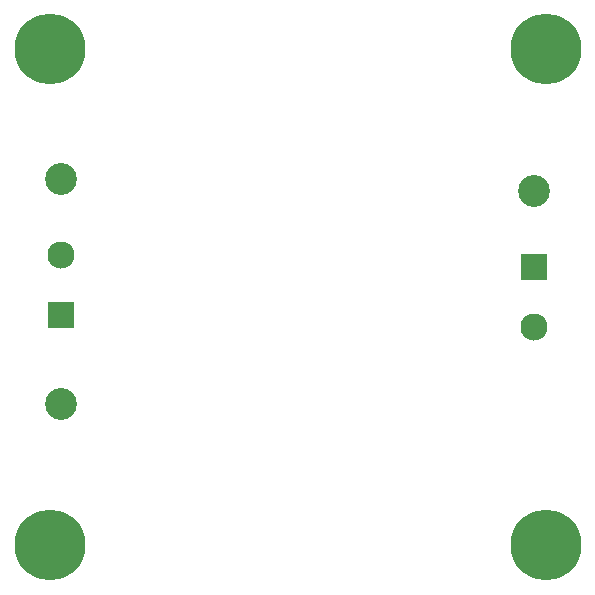
<source format=gbr>
%TF.GenerationSoftware,KiCad,Pcbnew,9.0.1*%
%TF.CreationDate,2025-05-12T16:56:18-05:00*%
%TF.ProjectId,Project-Star,50726f6a-6563-4742-9d53-7461722e6b69,rev?*%
%TF.SameCoordinates,Original*%
%TF.FileFunction,Copper,L2,Bot*%
%TF.FilePolarity,Positive*%
%FSLAX46Y46*%
G04 Gerber Fmt 4.6, Leading zero omitted, Abs format (unit mm)*
G04 Created by KiCad (PCBNEW 9.0.1) date 2025-05-12 16:56:18*
%MOMM*%
%LPD*%
G01*
G04 APERTURE LIST*
%TA.AperFunction,ComponentPad*%
%ADD10C,6.000000*%
%TD*%
%TA.AperFunction,ComponentPad*%
%ADD11C,2.700000*%
%TD*%
%TA.AperFunction,ComponentPad*%
%ADD12R,2.300000X2.300000*%
%TD*%
%TA.AperFunction,ComponentPad*%
%ADD13C,2.300000*%
%TD*%
G04 APERTURE END LIST*
D10*
%TO.P,H4,1*%
%TO.N,GND*%
X97500000Y-87000000D03*
%TD*%
%TO.P,H3,1*%
%TO.N,GND*%
X139500000Y-87000000D03*
%TD*%
%TO.P,H1,1*%
%TO.N,GND*%
X97500000Y-45000000D03*
%TD*%
%TO.P,H2,1*%
%TO.N,GND*%
X139500000Y-45000000D03*
%TD*%
D11*
%TO.P,U6,1,1*%
%TO.N,GND*%
X98500000Y-56000000D03*
%TD*%
%TO.P,U5,1,1*%
%TO.N,/20V_Power_Line/Vin*%
X98500000Y-75000000D03*
%TD*%
%TO.P,U4,1,1*%
%TO.N,/20V_Power_Line/Vout*%
X138500000Y-57000000D03*
%TD*%
D12*
%TO.P,CN2,1,1*%
%TO.N,/20V_Power_Line/Vout*%
X138500000Y-63420000D03*
D13*
%TO.P,CN2,2,2*%
%TO.N,GND*%
X138500000Y-68500000D03*
%TD*%
D12*
%TO.P,CN1,1,1*%
%TO.N,/20V_Power_Line/Vin*%
X98500000Y-67500000D03*
D13*
%TO.P,CN1,2,2*%
%TO.N,GND*%
X98500000Y-62420000D03*
%TD*%
M02*

</source>
